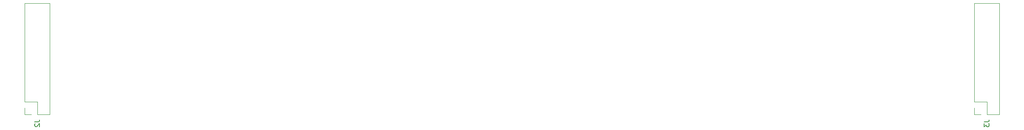
<source format=gbr>
%TF.GenerationSoftware,KiCad,Pcbnew,7.0.2*%
%TF.CreationDate,2024-06-24T19:43:42-07:00*%
%TF.ProjectId,Score-Board-LinInd,53636f72-652d-4426-9f61-72642d4c696e,1*%
%TF.SameCoordinates,Original*%
%TF.FileFunction,Legend,Bot*%
%TF.FilePolarity,Positive*%
%FSLAX46Y46*%
G04 Gerber Fmt 4.6, Leading zero omitted, Abs format (unit mm)*
G04 Created by KiCad (PCBNEW 7.0.2) date 2024-06-24 19:43:42*
%MOMM*%
%LPD*%
G01*
G04 APERTURE LIST*
%ADD10C,0.150000*%
%ADD11C,0.120000*%
G04 APERTURE END LIST*
D10*
%TO.C,J3*%
X234745119Y-123799666D02*
X235459404Y-123799666D01*
X235459404Y-123799666D02*
X235602261Y-123752047D01*
X235602261Y-123752047D02*
X235697500Y-123656809D01*
X235697500Y-123656809D02*
X235745119Y-123513952D01*
X235745119Y-123513952D02*
X235745119Y-123418714D01*
X234745119Y-124180619D02*
X234745119Y-124799666D01*
X234745119Y-124799666D02*
X235126071Y-124466333D01*
X235126071Y-124466333D02*
X235126071Y-124609190D01*
X235126071Y-124609190D02*
X235173690Y-124704428D01*
X235173690Y-124704428D02*
X235221309Y-124752047D01*
X235221309Y-124752047D02*
X235316547Y-124799666D01*
X235316547Y-124799666D02*
X235554642Y-124799666D01*
X235554642Y-124799666D02*
X235649880Y-124752047D01*
X235649880Y-124752047D02*
X235697500Y-124704428D01*
X235697500Y-124704428D02*
X235745119Y-124609190D01*
X235745119Y-124609190D02*
X235745119Y-124323476D01*
X235745119Y-124323476D02*
X235697500Y-124228238D01*
X235697500Y-124228238D02*
X235649880Y-124180619D01*
%TO.C,J2*%
X39170119Y-123799666D02*
X39884404Y-123799666D01*
X39884404Y-123799666D02*
X40027261Y-123752047D01*
X40027261Y-123752047D02*
X40122500Y-123656809D01*
X40122500Y-123656809D02*
X40170119Y-123513952D01*
X40170119Y-123513952D02*
X40170119Y-123418714D01*
X39265357Y-124228238D02*
X39217738Y-124275857D01*
X39217738Y-124275857D02*
X39170119Y-124371095D01*
X39170119Y-124371095D02*
X39170119Y-124609190D01*
X39170119Y-124609190D02*
X39217738Y-124704428D01*
X39217738Y-124704428D02*
X39265357Y-124752047D01*
X39265357Y-124752047D02*
X39360595Y-124799666D01*
X39360595Y-124799666D02*
X39455833Y-124799666D01*
X39455833Y-124799666D02*
X39598690Y-124752047D01*
X39598690Y-124752047D02*
X40170119Y-124180619D01*
X40170119Y-124180619D02*
X40170119Y-124799666D01*
D11*
%TO.C,J3*%
X232682500Y-99298000D02*
X237882500Y-99298000D01*
X235282500Y-122278000D02*
X237882500Y-122278000D01*
X232682500Y-119678000D02*
X232682500Y-99298000D01*
X232682500Y-120948000D02*
X232682500Y-122278000D01*
X232682500Y-122278000D02*
X234012500Y-122278000D01*
X232682500Y-119678000D02*
X235282500Y-119678000D01*
X237882500Y-122278000D02*
X237882500Y-99298000D01*
X235282500Y-119678000D02*
X235282500Y-122278000D01*
%TO.C,J2*%
X37102500Y-99298000D02*
X42302500Y-99298000D01*
X39702500Y-122278000D02*
X42302500Y-122278000D01*
X37102500Y-119678000D02*
X37102500Y-99298000D01*
X37102500Y-120948000D02*
X37102500Y-122278000D01*
X37102500Y-122278000D02*
X38432500Y-122278000D01*
X37102500Y-119678000D02*
X39702500Y-119678000D01*
X42302500Y-122278000D02*
X42302500Y-99298000D01*
X39702500Y-119678000D02*
X39702500Y-122278000D01*
%TD*%
M02*

</source>
